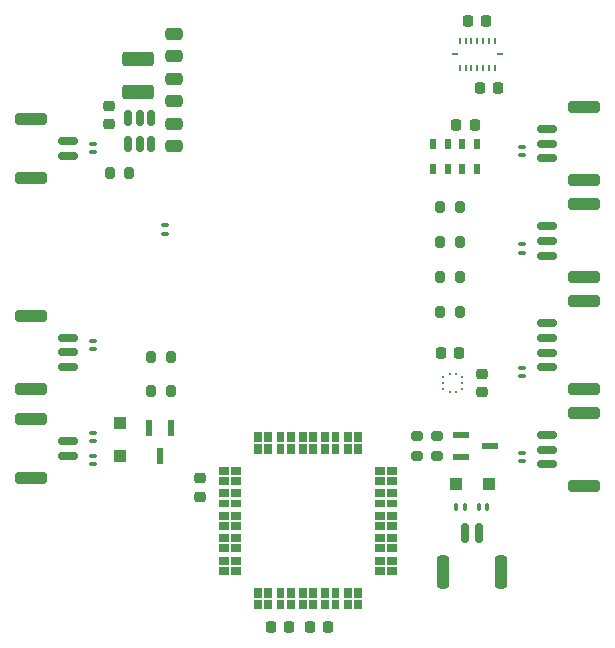
<source format=gbr>
%TF.GenerationSoftware,KiCad,Pcbnew,8.0.1*%
%TF.CreationDate,2024-04-29T03:40:20-07:00*%
%TF.ProjectId,CanSat PCB,43616e53-6174-4205-9043-422e6b696361,4*%
%TF.SameCoordinates,Original*%
%TF.FileFunction,Paste,Top*%
%TF.FilePolarity,Positive*%
%FSLAX46Y46*%
G04 Gerber Fmt 4.6, Leading zero omitted, Abs format (unit mm)*
G04 Created by KiCad (PCBNEW 8.0.1) date 2024-04-29 03:40:20*
%MOMM*%
%LPD*%
G01*
G04 APERTURE LIST*
G04 Aperture macros list*
%AMRoundRect*
0 Rectangle with rounded corners*
0 $1 Rounding radius*
0 $2 $3 $4 $5 $6 $7 $8 $9 X,Y pos of 4 corners*
0 Add a 4 corners polygon primitive as box body*
4,1,4,$2,$3,$4,$5,$6,$7,$8,$9,$2,$3,0*
0 Add four circle primitives for the rounded corners*
1,1,$1+$1,$2,$3*
1,1,$1+$1,$4,$5*
1,1,$1+$1,$6,$7*
1,1,$1+$1,$8,$9*
0 Add four rect primitives between the rounded corners*
20,1,$1+$1,$2,$3,$4,$5,0*
20,1,$1+$1,$4,$5,$6,$7,0*
20,1,$1+$1,$6,$7,$8,$9,0*
20,1,$1+$1,$8,$9,$2,$3,0*%
G04 Aperture macros list end*
%ADD10C,0.010000*%
%ADD11RoundRect,0.050000X-0.250000X0.100000X-0.250000X-0.100000X0.250000X-0.100000X0.250000X0.100000X0*%
%ADD12RoundRect,0.050000X0.250000X-0.100000X0.250000X0.100000X-0.250000X0.100000X-0.250000X-0.100000X0*%
%ADD13RoundRect,0.050000X0.100000X0.250000X-0.100000X0.250000X-0.100000X-0.250000X0.100000X-0.250000X0*%
%ADD14RoundRect,0.050000X-0.100000X-0.250000X0.100000X-0.250000X0.100000X0.250000X-0.100000X0.250000X0*%
%ADD15RoundRect,0.250000X-1.100000X0.250000X-1.100000X-0.250000X1.100000X-0.250000X1.100000X0.250000X0*%
%ADD16RoundRect,0.150000X-0.700000X0.150000X-0.700000X-0.150000X0.700000X-0.150000X0.700000X0.150000X0*%
%ADD17RoundRect,0.225000X0.225000X0.250000X-0.225000X0.250000X-0.225000X-0.250000X0.225000X-0.250000X0*%
%ADD18RoundRect,0.200000X0.200000X0.275000X-0.200000X0.275000X-0.200000X-0.275000X0.200000X-0.275000X0*%
%ADD19RoundRect,0.225000X0.250000X-0.225000X0.250000X0.225000X-0.250000X0.225000X-0.250000X-0.225000X0*%
%ADD20RoundRect,0.200000X-0.275000X0.200000X-0.275000X-0.200000X0.275000X-0.200000X0.275000X0.200000X0*%
%ADD21RoundRect,0.250000X0.475000X-0.250000X0.475000X0.250000X-0.475000X0.250000X-0.475000X-0.250000X0*%
%ADD22RoundRect,0.200000X-0.200000X-0.275000X0.200000X-0.275000X0.200000X0.275000X-0.200000X0.275000X0*%
%ADD23R,0.550000X0.950000*%
%ADD24RoundRect,0.250000X1.100000X-0.250000X1.100000X0.250000X-1.100000X0.250000X-1.100000X-0.250000X0*%
%ADD25RoundRect,0.150000X0.700000X-0.150000X0.700000X0.150000X-0.700000X0.150000X-0.700000X-0.150000X0*%
%ADD26R,1.320800X0.508000*%
%ADD27RoundRect,0.225000X-0.250000X0.225000X-0.250000X-0.225000X0.250000X-0.225000X0.250000X0.225000X0*%
%ADD28RoundRect,0.250000X-0.300000X-0.300000X0.300000X-0.300000X0.300000X0.300000X-0.300000X0.300000X0*%
%ADD29RoundRect,0.150000X0.150000X-0.512500X0.150000X0.512500X-0.150000X0.512500X-0.150000X-0.512500X0*%
%ADD30R,0.254000X0.482600*%
%ADD31R,0.482600X0.254000*%
%ADD32RoundRect,0.225000X-0.225000X-0.250000X0.225000X-0.250000X0.225000X0.250000X-0.225000X0.250000X0*%
%ADD33R,0.254000X0.279400*%
%ADD34R,0.279400X0.254000*%
%ADD35RoundRect,0.250000X-0.475000X0.250000X-0.475000X-0.250000X0.475000X-0.250000X0.475000X0.250000X0*%
%ADD36R,0.508000X1.320800*%
%ADD37RoundRect,0.250000X-0.300000X0.300000X-0.300000X-0.300000X0.300000X-0.300000X0.300000X0.300000X0*%
%ADD38RoundRect,0.250000X0.250000X1.150000X-0.250000X1.150000X-0.250000X-1.150000X0.250000X-1.150000X0*%
%ADD39RoundRect,0.150000X0.150000X0.700000X-0.150000X0.700000X-0.150000X-0.700000X0.150000X-0.700000X0*%
%ADD40RoundRect,0.250000X1.075000X-0.375000X1.075000X0.375000X-1.075000X0.375000X-1.075000X-0.375000X0*%
G04 APERTURE END LIST*
D10*
%TO.C,U5*%
X91812000Y-78756800D02*
X91092000Y-78756800D01*
X91092000Y-78176800D01*
X91812000Y-78176800D01*
X91812000Y-78756800D01*
G36*
X91812000Y-78756800D02*
G01*
X91092000Y-78756800D01*
X91092000Y-78176800D01*
X91812000Y-78176800D01*
X91812000Y-78756800D01*
G37*
X91812000Y-79616800D02*
X91092000Y-79616800D01*
X91092000Y-79036800D01*
X91812000Y-79036800D01*
X91812000Y-79616800D01*
G36*
X91812000Y-79616800D02*
G01*
X91092000Y-79616800D01*
X91092000Y-79036800D01*
X91812000Y-79036800D01*
X91812000Y-79616800D01*
G37*
X91812000Y-80656800D02*
X91092000Y-80656800D01*
X91092000Y-80076800D01*
X91812000Y-80076800D01*
X91812000Y-80656800D01*
G36*
X91812000Y-80656800D02*
G01*
X91092000Y-80656800D01*
X91092000Y-80076800D01*
X91812000Y-80076800D01*
X91812000Y-80656800D01*
G37*
X91812000Y-81516800D02*
X91092000Y-81516800D01*
X91092000Y-80936800D01*
X91812000Y-80936800D01*
X91812000Y-81516800D01*
G36*
X91812000Y-81516800D02*
G01*
X91092000Y-81516800D01*
X91092000Y-80936800D01*
X91812000Y-80936800D01*
X91812000Y-81516800D01*
G37*
X91812000Y-82556800D02*
X91092000Y-82556800D01*
X91092000Y-81976800D01*
X91812000Y-81976800D01*
X91812000Y-82556800D01*
G36*
X91812000Y-82556800D02*
G01*
X91092000Y-82556800D01*
X91092000Y-81976800D01*
X91812000Y-81976800D01*
X91812000Y-82556800D01*
G37*
X91812000Y-83416800D02*
X91092000Y-83416800D01*
X91092000Y-82836800D01*
X91812000Y-82836800D01*
X91812000Y-83416800D01*
G36*
X91812000Y-83416800D02*
G01*
X91092000Y-83416800D01*
X91092000Y-82836800D01*
X91812000Y-82836800D01*
X91812000Y-83416800D01*
G37*
X91812000Y-84456800D02*
X91092000Y-84456800D01*
X91092000Y-83876800D01*
X91812000Y-83876800D01*
X91812000Y-84456800D01*
G36*
X91812000Y-84456800D02*
G01*
X91092000Y-84456800D01*
X91092000Y-83876800D01*
X91812000Y-83876800D01*
X91812000Y-84456800D01*
G37*
X91812000Y-85316800D02*
X91092000Y-85316800D01*
X91092000Y-84736800D01*
X91812000Y-84736800D01*
X91812000Y-85316800D01*
G36*
X91812000Y-85316800D02*
G01*
X91092000Y-85316800D01*
X91092000Y-84736800D01*
X91812000Y-84736800D01*
X91812000Y-85316800D01*
G37*
X91812000Y-86356800D02*
X91092000Y-86356800D01*
X91092000Y-85776800D01*
X91812000Y-85776800D01*
X91812000Y-86356800D01*
G36*
X91812000Y-86356800D02*
G01*
X91092000Y-86356800D01*
X91092000Y-85776800D01*
X91812000Y-85776800D01*
X91812000Y-86356800D01*
G37*
X91812000Y-87216800D02*
X91092000Y-87216800D01*
X91092000Y-86636800D01*
X91812000Y-86636800D01*
X91812000Y-87216800D01*
G36*
X91812000Y-87216800D02*
G01*
X91092000Y-87216800D01*
X91092000Y-86636800D01*
X91812000Y-86636800D01*
X91812000Y-87216800D01*
G37*
X92812000Y-78756800D02*
X92092000Y-78756800D01*
X92092000Y-78176800D01*
X92812000Y-78176800D01*
X92812000Y-78756800D01*
G36*
X92812000Y-78756800D02*
G01*
X92092000Y-78756800D01*
X92092000Y-78176800D01*
X92812000Y-78176800D01*
X92812000Y-78756800D01*
G37*
X92812000Y-79616800D02*
X92092000Y-79616800D01*
X92092000Y-79036800D01*
X92812000Y-79036800D01*
X92812000Y-79616800D01*
G36*
X92812000Y-79616800D02*
G01*
X92092000Y-79616800D01*
X92092000Y-79036800D01*
X92812000Y-79036800D01*
X92812000Y-79616800D01*
G37*
X92812000Y-80656800D02*
X92092000Y-80656800D01*
X92092000Y-80076800D01*
X92812000Y-80076800D01*
X92812000Y-80656800D01*
G36*
X92812000Y-80656800D02*
G01*
X92092000Y-80656800D01*
X92092000Y-80076800D01*
X92812000Y-80076800D01*
X92812000Y-80656800D01*
G37*
X92812000Y-81516800D02*
X92092000Y-81516800D01*
X92092000Y-80936800D01*
X92812000Y-80936800D01*
X92812000Y-81516800D01*
G36*
X92812000Y-81516800D02*
G01*
X92092000Y-81516800D01*
X92092000Y-80936800D01*
X92812000Y-80936800D01*
X92812000Y-81516800D01*
G37*
X92812000Y-82556800D02*
X92092000Y-82556800D01*
X92092000Y-81976800D01*
X92812000Y-81976800D01*
X92812000Y-82556800D01*
G36*
X92812000Y-82556800D02*
G01*
X92092000Y-82556800D01*
X92092000Y-81976800D01*
X92812000Y-81976800D01*
X92812000Y-82556800D01*
G37*
X92812000Y-83416800D02*
X92092000Y-83416800D01*
X92092000Y-82836800D01*
X92812000Y-82836800D01*
X92812000Y-83416800D01*
G36*
X92812000Y-83416800D02*
G01*
X92092000Y-83416800D01*
X92092000Y-82836800D01*
X92812000Y-82836800D01*
X92812000Y-83416800D01*
G37*
X92812000Y-84456800D02*
X92092000Y-84456800D01*
X92092000Y-83876800D01*
X92812000Y-83876800D01*
X92812000Y-84456800D01*
G36*
X92812000Y-84456800D02*
G01*
X92092000Y-84456800D01*
X92092000Y-83876800D01*
X92812000Y-83876800D01*
X92812000Y-84456800D01*
G37*
X92812000Y-85316800D02*
X92092000Y-85316800D01*
X92092000Y-84736800D01*
X92812000Y-84736800D01*
X92812000Y-85316800D01*
G36*
X92812000Y-85316800D02*
G01*
X92092000Y-85316800D01*
X92092000Y-84736800D01*
X92812000Y-84736800D01*
X92812000Y-85316800D01*
G37*
X92812000Y-86356800D02*
X92092000Y-86356800D01*
X92092000Y-85776800D01*
X92812000Y-85776800D01*
X92812000Y-86356800D01*
G36*
X92812000Y-86356800D02*
G01*
X92092000Y-86356800D01*
X92092000Y-85776800D01*
X92812000Y-85776800D01*
X92812000Y-86356800D01*
G37*
X92812000Y-87216800D02*
X92092000Y-87216800D01*
X92092000Y-86636800D01*
X92812000Y-86636800D01*
X92812000Y-87216800D01*
G36*
X92812000Y-87216800D02*
G01*
X92092000Y-87216800D01*
X92092000Y-86636800D01*
X92812000Y-86636800D01*
X92812000Y-87216800D01*
G37*
X94612000Y-75956800D02*
X94032000Y-75956800D01*
X94032000Y-75236800D01*
X94612000Y-75236800D01*
X94612000Y-75956800D01*
G36*
X94612000Y-75956800D02*
G01*
X94032000Y-75956800D01*
X94032000Y-75236800D01*
X94612000Y-75236800D01*
X94612000Y-75956800D01*
G37*
X94612000Y-76956800D02*
X94032000Y-76956800D01*
X94032000Y-76236800D01*
X94612000Y-76236800D01*
X94612000Y-76956800D01*
G36*
X94612000Y-76956800D02*
G01*
X94032000Y-76956800D01*
X94032000Y-76236800D01*
X94612000Y-76236800D01*
X94612000Y-76956800D01*
G37*
X94612000Y-89156800D02*
X94032000Y-89156800D01*
X94032000Y-88436800D01*
X94612000Y-88436800D01*
X94612000Y-89156800D01*
G36*
X94612000Y-89156800D02*
G01*
X94032000Y-89156800D01*
X94032000Y-88436800D01*
X94612000Y-88436800D01*
X94612000Y-89156800D01*
G37*
X94612000Y-90156800D02*
X94032000Y-90156800D01*
X94032000Y-89436800D01*
X94612000Y-89436800D01*
X94612000Y-90156800D01*
G36*
X94612000Y-90156800D02*
G01*
X94032000Y-90156800D01*
X94032000Y-89436800D01*
X94612000Y-89436800D01*
X94612000Y-90156800D01*
G37*
X95472000Y-75956800D02*
X94892000Y-75956800D01*
X94892000Y-75236800D01*
X95472000Y-75236800D01*
X95472000Y-75956800D01*
G36*
X95472000Y-75956800D02*
G01*
X94892000Y-75956800D01*
X94892000Y-75236800D01*
X95472000Y-75236800D01*
X95472000Y-75956800D01*
G37*
X95472000Y-76956800D02*
X94892000Y-76956800D01*
X94892000Y-76236800D01*
X95472000Y-76236800D01*
X95472000Y-76956800D01*
G36*
X95472000Y-76956800D02*
G01*
X94892000Y-76956800D01*
X94892000Y-76236800D01*
X95472000Y-76236800D01*
X95472000Y-76956800D01*
G37*
X95472000Y-89156800D02*
X94892000Y-89156800D01*
X94892000Y-88436800D01*
X95472000Y-88436800D01*
X95472000Y-89156800D01*
G36*
X95472000Y-89156800D02*
G01*
X94892000Y-89156800D01*
X94892000Y-88436800D01*
X95472000Y-88436800D01*
X95472000Y-89156800D01*
G37*
X95472000Y-90156800D02*
X94892000Y-90156800D01*
X94892000Y-89436800D01*
X95472000Y-89436800D01*
X95472000Y-90156800D01*
G36*
X95472000Y-90156800D02*
G01*
X94892000Y-90156800D01*
X94892000Y-89436800D01*
X95472000Y-89436800D01*
X95472000Y-90156800D01*
G37*
X96512000Y-75956800D02*
X95932000Y-75956800D01*
X95932000Y-75236800D01*
X96512000Y-75236800D01*
X96512000Y-75956800D01*
G36*
X96512000Y-75956800D02*
G01*
X95932000Y-75956800D01*
X95932000Y-75236800D01*
X96512000Y-75236800D01*
X96512000Y-75956800D01*
G37*
X96512000Y-76956800D02*
X95932000Y-76956800D01*
X95932000Y-76236800D01*
X96512000Y-76236800D01*
X96512000Y-76956800D01*
G36*
X96512000Y-76956800D02*
G01*
X95932000Y-76956800D01*
X95932000Y-76236800D01*
X96512000Y-76236800D01*
X96512000Y-76956800D01*
G37*
X96512000Y-89156800D02*
X95932000Y-89156800D01*
X95932000Y-88436800D01*
X96512000Y-88436800D01*
X96512000Y-89156800D01*
G36*
X96512000Y-89156800D02*
G01*
X95932000Y-89156800D01*
X95932000Y-88436800D01*
X96512000Y-88436800D01*
X96512000Y-89156800D01*
G37*
X96512000Y-90156800D02*
X95932000Y-90156800D01*
X95932000Y-89436800D01*
X96512000Y-89436800D01*
X96512000Y-90156800D01*
G36*
X96512000Y-90156800D02*
G01*
X95932000Y-90156800D01*
X95932000Y-89436800D01*
X96512000Y-89436800D01*
X96512000Y-90156800D01*
G37*
X97372000Y-75956800D02*
X96792000Y-75956800D01*
X96792000Y-75236800D01*
X97372000Y-75236800D01*
X97372000Y-75956800D01*
G36*
X97372000Y-75956800D02*
G01*
X96792000Y-75956800D01*
X96792000Y-75236800D01*
X97372000Y-75236800D01*
X97372000Y-75956800D01*
G37*
X97372000Y-76956800D02*
X96792000Y-76956800D01*
X96792000Y-76236800D01*
X97372000Y-76236800D01*
X97372000Y-76956800D01*
G36*
X97372000Y-76956800D02*
G01*
X96792000Y-76956800D01*
X96792000Y-76236800D01*
X97372000Y-76236800D01*
X97372000Y-76956800D01*
G37*
X97372000Y-89156800D02*
X96792000Y-89156800D01*
X96792000Y-88436800D01*
X97372000Y-88436800D01*
X97372000Y-89156800D01*
G36*
X97372000Y-89156800D02*
G01*
X96792000Y-89156800D01*
X96792000Y-88436800D01*
X97372000Y-88436800D01*
X97372000Y-89156800D01*
G37*
X97372000Y-90156800D02*
X96792000Y-90156800D01*
X96792000Y-89436800D01*
X97372000Y-89436800D01*
X97372000Y-90156800D01*
G36*
X97372000Y-90156800D02*
G01*
X96792000Y-90156800D01*
X96792000Y-89436800D01*
X97372000Y-89436800D01*
X97372000Y-90156800D01*
G37*
X98412000Y-75956800D02*
X97832000Y-75956800D01*
X97832000Y-75236800D01*
X98412000Y-75236800D01*
X98412000Y-75956800D01*
G36*
X98412000Y-75956800D02*
G01*
X97832000Y-75956800D01*
X97832000Y-75236800D01*
X98412000Y-75236800D01*
X98412000Y-75956800D01*
G37*
X98412000Y-76956800D02*
X97832000Y-76956800D01*
X97832000Y-76236800D01*
X98412000Y-76236800D01*
X98412000Y-76956800D01*
G36*
X98412000Y-76956800D02*
G01*
X97832000Y-76956800D01*
X97832000Y-76236800D01*
X98412000Y-76236800D01*
X98412000Y-76956800D01*
G37*
X98412000Y-89156800D02*
X97832000Y-89156800D01*
X97832000Y-88436800D01*
X98412000Y-88436800D01*
X98412000Y-89156800D01*
G36*
X98412000Y-89156800D02*
G01*
X97832000Y-89156800D01*
X97832000Y-88436800D01*
X98412000Y-88436800D01*
X98412000Y-89156800D01*
G37*
X98412000Y-90156800D02*
X97832000Y-90156800D01*
X97832000Y-89436800D01*
X98412000Y-89436800D01*
X98412000Y-90156800D01*
G36*
X98412000Y-90156800D02*
G01*
X97832000Y-90156800D01*
X97832000Y-89436800D01*
X98412000Y-89436800D01*
X98412000Y-90156800D01*
G37*
X99272000Y-75956800D02*
X98692000Y-75956800D01*
X98692000Y-75236800D01*
X99272000Y-75236800D01*
X99272000Y-75956800D01*
G36*
X99272000Y-75956800D02*
G01*
X98692000Y-75956800D01*
X98692000Y-75236800D01*
X99272000Y-75236800D01*
X99272000Y-75956800D01*
G37*
X99272000Y-76956800D02*
X98692000Y-76956800D01*
X98692000Y-76236800D01*
X99272000Y-76236800D01*
X99272000Y-76956800D01*
G36*
X99272000Y-76956800D02*
G01*
X98692000Y-76956800D01*
X98692000Y-76236800D01*
X99272000Y-76236800D01*
X99272000Y-76956800D01*
G37*
X99272000Y-89156800D02*
X98692000Y-89156800D01*
X98692000Y-88436800D01*
X99272000Y-88436800D01*
X99272000Y-89156800D01*
G36*
X99272000Y-89156800D02*
G01*
X98692000Y-89156800D01*
X98692000Y-88436800D01*
X99272000Y-88436800D01*
X99272000Y-89156800D01*
G37*
X99272000Y-90156800D02*
X98692000Y-90156800D01*
X98692000Y-89436800D01*
X99272000Y-89436800D01*
X99272000Y-90156800D01*
G36*
X99272000Y-90156800D02*
G01*
X98692000Y-90156800D01*
X98692000Y-89436800D01*
X99272000Y-89436800D01*
X99272000Y-90156800D01*
G37*
X100312000Y-75956800D02*
X99732000Y-75956800D01*
X99732000Y-75236800D01*
X100312000Y-75236800D01*
X100312000Y-75956800D01*
G36*
X100312000Y-75956800D02*
G01*
X99732000Y-75956800D01*
X99732000Y-75236800D01*
X100312000Y-75236800D01*
X100312000Y-75956800D01*
G37*
X100312000Y-76956800D02*
X99732000Y-76956800D01*
X99732000Y-76236800D01*
X100312000Y-76236800D01*
X100312000Y-76956800D01*
G36*
X100312000Y-76956800D02*
G01*
X99732000Y-76956800D01*
X99732000Y-76236800D01*
X100312000Y-76236800D01*
X100312000Y-76956800D01*
G37*
X100312000Y-89156800D02*
X99732000Y-89156800D01*
X99732000Y-88436800D01*
X100312000Y-88436800D01*
X100312000Y-89156800D01*
G36*
X100312000Y-89156800D02*
G01*
X99732000Y-89156800D01*
X99732000Y-88436800D01*
X100312000Y-88436800D01*
X100312000Y-89156800D01*
G37*
X100312000Y-90156800D02*
X99732000Y-90156800D01*
X99732000Y-89436800D01*
X100312000Y-89436800D01*
X100312000Y-90156800D01*
G36*
X100312000Y-90156800D02*
G01*
X99732000Y-90156800D01*
X99732000Y-89436800D01*
X100312000Y-89436800D01*
X100312000Y-90156800D01*
G37*
X101172000Y-75956800D02*
X100592000Y-75956800D01*
X100592000Y-75236800D01*
X101172000Y-75236800D01*
X101172000Y-75956800D01*
G36*
X101172000Y-75956800D02*
G01*
X100592000Y-75956800D01*
X100592000Y-75236800D01*
X101172000Y-75236800D01*
X101172000Y-75956800D01*
G37*
X101172000Y-76956800D02*
X100592000Y-76956800D01*
X100592000Y-76236800D01*
X101172000Y-76236800D01*
X101172000Y-76956800D01*
G36*
X101172000Y-76956800D02*
G01*
X100592000Y-76956800D01*
X100592000Y-76236800D01*
X101172000Y-76236800D01*
X101172000Y-76956800D01*
G37*
X101172000Y-89156800D02*
X100592000Y-89156800D01*
X100592000Y-88436800D01*
X101172000Y-88436800D01*
X101172000Y-89156800D01*
G36*
X101172000Y-89156800D02*
G01*
X100592000Y-89156800D01*
X100592000Y-88436800D01*
X101172000Y-88436800D01*
X101172000Y-89156800D01*
G37*
X101172000Y-90156800D02*
X100592000Y-90156800D01*
X100592000Y-89436800D01*
X101172000Y-89436800D01*
X101172000Y-90156800D01*
G36*
X101172000Y-90156800D02*
G01*
X100592000Y-90156800D01*
X100592000Y-89436800D01*
X101172000Y-89436800D01*
X101172000Y-90156800D01*
G37*
X102212000Y-75956800D02*
X101632000Y-75956800D01*
X101632000Y-75236800D01*
X102212000Y-75236800D01*
X102212000Y-75956800D01*
G36*
X102212000Y-75956800D02*
G01*
X101632000Y-75956800D01*
X101632000Y-75236800D01*
X102212000Y-75236800D01*
X102212000Y-75956800D01*
G37*
X102212000Y-76956800D02*
X101632000Y-76956800D01*
X101632000Y-76236800D01*
X102212000Y-76236800D01*
X102212000Y-76956800D01*
G36*
X102212000Y-76956800D02*
G01*
X101632000Y-76956800D01*
X101632000Y-76236800D01*
X102212000Y-76236800D01*
X102212000Y-76956800D01*
G37*
X102212000Y-89156800D02*
X101632000Y-89156800D01*
X101632000Y-88436800D01*
X102212000Y-88436800D01*
X102212000Y-89156800D01*
G36*
X102212000Y-89156800D02*
G01*
X101632000Y-89156800D01*
X101632000Y-88436800D01*
X102212000Y-88436800D01*
X102212000Y-89156800D01*
G37*
X102212000Y-90156800D02*
X101632000Y-90156800D01*
X101632000Y-89436800D01*
X102212000Y-89436800D01*
X102212000Y-90156800D01*
G36*
X102212000Y-90156800D02*
G01*
X101632000Y-90156800D01*
X101632000Y-89436800D01*
X102212000Y-89436800D01*
X102212000Y-90156800D01*
G37*
X103072000Y-75956800D02*
X102492000Y-75956800D01*
X102492000Y-75236800D01*
X103072000Y-75236800D01*
X103072000Y-75956800D01*
G36*
X103072000Y-75956800D02*
G01*
X102492000Y-75956800D01*
X102492000Y-75236800D01*
X103072000Y-75236800D01*
X103072000Y-75956800D01*
G37*
X103072000Y-76956800D02*
X102492000Y-76956800D01*
X102492000Y-76236800D01*
X103072000Y-76236800D01*
X103072000Y-76956800D01*
G36*
X103072000Y-76956800D02*
G01*
X102492000Y-76956800D01*
X102492000Y-76236800D01*
X103072000Y-76236800D01*
X103072000Y-76956800D01*
G37*
X103072000Y-89156800D02*
X102492000Y-89156800D01*
X102492000Y-88436800D01*
X103072000Y-88436800D01*
X103072000Y-89156800D01*
G36*
X103072000Y-89156800D02*
G01*
X102492000Y-89156800D01*
X102492000Y-88436800D01*
X103072000Y-88436800D01*
X103072000Y-89156800D01*
G37*
X103072000Y-90156800D02*
X102492000Y-90156800D01*
X102492000Y-89436800D01*
X103072000Y-89436800D01*
X103072000Y-90156800D01*
G36*
X103072000Y-90156800D02*
G01*
X102492000Y-90156800D01*
X102492000Y-89436800D01*
X103072000Y-89436800D01*
X103072000Y-90156800D01*
G37*
X105012000Y-78756800D02*
X104292000Y-78756800D01*
X104292000Y-78176800D01*
X105012000Y-78176800D01*
X105012000Y-78756800D01*
G36*
X105012000Y-78756800D02*
G01*
X104292000Y-78756800D01*
X104292000Y-78176800D01*
X105012000Y-78176800D01*
X105012000Y-78756800D01*
G37*
X105012000Y-79616800D02*
X104292000Y-79616800D01*
X104292000Y-79036800D01*
X105012000Y-79036800D01*
X105012000Y-79616800D01*
G36*
X105012000Y-79616800D02*
G01*
X104292000Y-79616800D01*
X104292000Y-79036800D01*
X105012000Y-79036800D01*
X105012000Y-79616800D01*
G37*
X105012000Y-80656800D02*
X104292000Y-80656800D01*
X104292000Y-80076800D01*
X105012000Y-80076800D01*
X105012000Y-80656800D01*
G36*
X105012000Y-80656800D02*
G01*
X104292000Y-80656800D01*
X104292000Y-80076800D01*
X105012000Y-80076800D01*
X105012000Y-80656800D01*
G37*
X105012000Y-81516800D02*
X104292000Y-81516800D01*
X104292000Y-80936800D01*
X105012000Y-80936800D01*
X105012000Y-81516800D01*
G36*
X105012000Y-81516800D02*
G01*
X104292000Y-81516800D01*
X104292000Y-80936800D01*
X105012000Y-80936800D01*
X105012000Y-81516800D01*
G37*
X105012000Y-82556800D02*
X104292000Y-82556800D01*
X104292000Y-81976800D01*
X105012000Y-81976800D01*
X105012000Y-82556800D01*
G36*
X105012000Y-82556800D02*
G01*
X104292000Y-82556800D01*
X104292000Y-81976800D01*
X105012000Y-81976800D01*
X105012000Y-82556800D01*
G37*
X105012000Y-83416800D02*
X104292000Y-83416800D01*
X104292000Y-82836800D01*
X105012000Y-82836800D01*
X105012000Y-83416800D01*
G36*
X105012000Y-83416800D02*
G01*
X104292000Y-83416800D01*
X104292000Y-82836800D01*
X105012000Y-82836800D01*
X105012000Y-83416800D01*
G37*
X105012000Y-84456800D02*
X104292000Y-84456800D01*
X104292000Y-83876800D01*
X105012000Y-83876800D01*
X105012000Y-84456800D01*
G36*
X105012000Y-84456800D02*
G01*
X104292000Y-84456800D01*
X104292000Y-83876800D01*
X105012000Y-83876800D01*
X105012000Y-84456800D01*
G37*
X105012000Y-85316800D02*
X104292000Y-85316800D01*
X104292000Y-84736800D01*
X105012000Y-84736800D01*
X105012000Y-85316800D01*
G36*
X105012000Y-85316800D02*
G01*
X104292000Y-85316800D01*
X104292000Y-84736800D01*
X105012000Y-84736800D01*
X105012000Y-85316800D01*
G37*
X105012000Y-86356800D02*
X104292000Y-86356800D01*
X104292000Y-85776800D01*
X105012000Y-85776800D01*
X105012000Y-86356800D01*
G36*
X105012000Y-86356800D02*
G01*
X104292000Y-86356800D01*
X104292000Y-85776800D01*
X105012000Y-85776800D01*
X105012000Y-86356800D01*
G37*
X105012000Y-87216800D02*
X104292000Y-87216800D01*
X104292000Y-86636800D01*
X105012000Y-86636800D01*
X105012000Y-87216800D01*
G36*
X105012000Y-87216800D02*
G01*
X104292000Y-87216800D01*
X104292000Y-86636800D01*
X105012000Y-86636800D01*
X105012000Y-87216800D01*
G37*
X106012000Y-78756800D02*
X105292000Y-78756800D01*
X105292000Y-78176800D01*
X106012000Y-78176800D01*
X106012000Y-78756800D01*
G36*
X106012000Y-78756800D02*
G01*
X105292000Y-78756800D01*
X105292000Y-78176800D01*
X106012000Y-78176800D01*
X106012000Y-78756800D01*
G37*
X106012000Y-79616800D02*
X105292000Y-79616800D01*
X105292000Y-79036800D01*
X106012000Y-79036800D01*
X106012000Y-79616800D01*
G36*
X106012000Y-79616800D02*
G01*
X105292000Y-79616800D01*
X105292000Y-79036800D01*
X106012000Y-79036800D01*
X106012000Y-79616800D01*
G37*
X106012000Y-80656800D02*
X105292000Y-80656800D01*
X105292000Y-80076800D01*
X106012000Y-80076800D01*
X106012000Y-80656800D01*
G36*
X106012000Y-80656800D02*
G01*
X105292000Y-80656800D01*
X105292000Y-80076800D01*
X106012000Y-80076800D01*
X106012000Y-80656800D01*
G37*
X106012000Y-81516800D02*
X105292000Y-81516800D01*
X105292000Y-80936800D01*
X106012000Y-80936800D01*
X106012000Y-81516800D01*
G36*
X106012000Y-81516800D02*
G01*
X105292000Y-81516800D01*
X105292000Y-80936800D01*
X106012000Y-80936800D01*
X106012000Y-81516800D01*
G37*
X106012000Y-82556800D02*
X105292000Y-82556800D01*
X105292000Y-81976800D01*
X106012000Y-81976800D01*
X106012000Y-82556800D01*
G36*
X106012000Y-82556800D02*
G01*
X105292000Y-82556800D01*
X105292000Y-81976800D01*
X106012000Y-81976800D01*
X106012000Y-82556800D01*
G37*
X106012000Y-83416800D02*
X105292000Y-83416800D01*
X105292000Y-82836800D01*
X106012000Y-82836800D01*
X106012000Y-83416800D01*
G36*
X106012000Y-83416800D02*
G01*
X105292000Y-83416800D01*
X105292000Y-82836800D01*
X106012000Y-82836800D01*
X106012000Y-83416800D01*
G37*
X106012000Y-84456800D02*
X105292000Y-84456800D01*
X105292000Y-83876800D01*
X106012000Y-83876800D01*
X106012000Y-84456800D01*
G36*
X106012000Y-84456800D02*
G01*
X105292000Y-84456800D01*
X105292000Y-83876800D01*
X106012000Y-83876800D01*
X106012000Y-84456800D01*
G37*
X106012000Y-85316800D02*
X105292000Y-85316800D01*
X105292000Y-84736800D01*
X106012000Y-84736800D01*
X106012000Y-85316800D01*
G36*
X106012000Y-85316800D02*
G01*
X105292000Y-85316800D01*
X105292000Y-84736800D01*
X106012000Y-84736800D01*
X106012000Y-85316800D01*
G37*
X106012000Y-86356800D02*
X105292000Y-86356800D01*
X105292000Y-85776800D01*
X106012000Y-85776800D01*
X106012000Y-86356800D01*
G36*
X106012000Y-86356800D02*
G01*
X105292000Y-86356800D01*
X105292000Y-85776800D01*
X106012000Y-85776800D01*
X106012000Y-86356800D01*
G37*
X106012000Y-87216800D02*
X105292000Y-87216800D01*
X105292000Y-86636800D01*
X106012000Y-86636800D01*
X106012000Y-87216800D01*
G36*
X106012000Y-87216800D02*
G01*
X105292000Y-87216800D01*
X105292000Y-86636800D01*
X106012000Y-86636800D01*
X106012000Y-87216800D01*
G37*
%TD*%
D11*
%TO.C,D3*%
X116687600Y-69793600D03*
X116687600Y-70493600D03*
%TD*%
%TO.C,D4*%
X116687600Y-51048400D03*
X116687600Y-51748400D03*
%TD*%
%TO.C,D5*%
X116687600Y-59334400D03*
X116687600Y-60034400D03*
%TD*%
%TO.C,D6*%
X116687600Y-77012800D03*
X116687600Y-77712800D03*
%TD*%
D12*
%TO.C,D7*%
X80416400Y-68213200D03*
X80416400Y-67513200D03*
%TD*%
D11*
%TO.C,D8*%
X80416400Y-77216000D03*
X80416400Y-77916000D03*
%TD*%
D12*
%TO.C,D9*%
X80416400Y-75985600D03*
X80416400Y-75285600D03*
%TD*%
D13*
%TO.C,D10*%
X111856000Y-81579200D03*
X111156000Y-81579200D03*
%TD*%
D14*
%TO.C,D11*%
X113086400Y-81579200D03*
X113786400Y-81579200D03*
%TD*%
D12*
%TO.C,D12*%
X86512400Y-58414400D03*
X86512400Y-57714400D03*
%TD*%
%TO.C,D13*%
X80416400Y-51550800D03*
X80416400Y-50850800D03*
%TD*%
D15*
%TO.C,J5*%
X75104000Y-71572800D03*
X75104000Y-65372800D03*
D16*
X78304000Y-69722800D03*
X78304000Y-68472800D03*
X78304000Y-67222800D03*
%TD*%
D17*
%TO.C,C9*%
X112691900Y-49215900D03*
X111141900Y-49215900D03*
%TD*%
D18*
%TO.C,R11*%
X83476600Y-53283600D03*
X81826600Y-53283600D03*
%TD*%
%TO.C,R4*%
X111429600Y-65018400D03*
X109779600Y-65018400D03*
%TD*%
D19*
%TO.C,C2*%
X81737200Y-49131000D03*
X81737200Y-47581000D03*
%TD*%
%TO.C,C12*%
X89458800Y-80677800D03*
X89458800Y-79127800D03*
%TD*%
D20*
%TO.C,R7*%
X107848400Y-75572600D03*
X107848400Y-77222600D03*
%TD*%
D18*
%TO.C,R2*%
X111429600Y-56179200D03*
X109779600Y-56179200D03*
%TD*%
D21*
%TO.C,C1*%
X87223600Y-51033200D03*
X87223600Y-49133200D03*
%TD*%
D22*
%TO.C,R6*%
X85331800Y-71724000D03*
X86981800Y-71724000D03*
%TD*%
D18*
%TO.C,R3*%
X111429600Y-62072000D03*
X109779600Y-62072000D03*
%TD*%
D23*
%TO.C,U4*%
X112902900Y-50807900D03*
X111652900Y-50807900D03*
X110402900Y-50807900D03*
X109152900Y-50807900D03*
X109152900Y-52957900D03*
X110402900Y-52957900D03*
X111652900Y-52957900D03*
X112902900Y-52957900D03*
%TD*%
D24*
%TO.C,J4*%
X122000000Y-73602400D03*
X122000000Y-79802400D03*
D25*
X118800000Y-75452400D03*
X118800000Y-76702400D03*
X118800000Y-77952400D03*
%TD*%
D22*
%TO.C,R5*%
X85331800Y-68828400D03*
X86981800Y-68828400D03*
%TD*%
D26*
%TO.C,U8*%
X111582200Y-75447599D03*
X111582200Y-77347601D03*
X113969800Y-76397600D03*
%TD*%
D27*
%TO.C,C6*%
X113334800Y-70288600D03*
X113334800Y-71838600D03*
%TD*%
D28*
%TO.C,D2*%
X111085400Y-79598000D03*
X113885400Y-79598000D03*
%TD*%
D20*
%TO.C,R8*%
X109524800Y-75572600D03*
X109524800Y-77222600D03*
%TD*%
D29*
%TO.C,U1*%
X83378000Y-50865100D03*
X84328000Y-50865100D03*
X85278000Y-50865100D03*
X85278000Y-48590100D03*
X84328000Y-48590100D03*
X83378000Y-48590100D03*
%TD*%
D24*
%TO.C,J2*%
X122000000Y-47694400D03*
X122000000Y-53894400D03*
D25*
X118800000Y-49544400D03*
X118800000Y-50794400D03*
X118800000Y-52044400D03*
%TD*%
D30*
%TO.C,U3*%
X111428400Y-42069500D03*
X111928399Y-42069500D03*
X112428401Y-42069500D03*
X112928400Y-42069500D03*
X113428399Y-42069500D03*
X113928401Y-42069500D03*
X114428400Y-42069500D03*
D31*
X114839700Y-43225200D03*
D30*
X114428400Y-44380900D03*
X113928401Y-44380900D03*
X113428399Y-44380900D03*
X112928400Y-44380900D03*
X112428401Y-44380900D03*
X111928399Y-44380900D03*
X111428400Y-44380900D03*
D31*
X111017100Y-43225200D03*
%TD*%
D32*
%TO.C,C7*%
X113118600Y-46070000D03*
X114668600Y-46070000D03*
%TD*%
%TO.C,C11*%
X98742200Y-91721100D03*
X100292200Y-91721100D03*
%TD*%
D21*
%TO.C,C4*%
X87223600Y-43413200D03*
X87223600Y-41513200D03*
%TD*%
D33*
%TO.C,U2*%
X111095600Y-70276200D03*
X110595600Y-70276200D03*
D34*
X110058200Y-70563601D03*
X110058200Y-71063600D03*
X110058200Y-71563599D03*
D33*
X110595600Y-71851000D03*
X111095600Y-71851000D03*
D34*
X111633000Y-71563599D03*
X111633000Y-71063600D03*
X111633000Y-70563601D03*
%TD*%
D18*
%TO.C,R1*%
X111429600Y-59125600D03*
X109779600Y-59125600D03*
%TD*%
D32*
%TO.C,C8*%
X112102600Y-40380400D03*
X113652600Y-40380400D03*
%TD*%
D15*
%TO.C,J6*%
X75104000Y-79075800D03*
X75104000Y-74125800D03*
D16*
X78304000Y-77225800D03*
X78304000Y-75975800D03*
%TD*%
D35*
%TO.C,C3*%
X87223600Y-45323200D03*
X87223600Y-47223200D03*
%TD*%
D24*
%TO.C,J1*%
X122000000Y-64138200D03*
X122000000Y-71588200D03*
D25*
X118800000Y-65988200D03*
X118800000Y-67238200D03*
X118800000Y-68488200D03*
X118800000Y-69738200D03*
%TD*%
D36*
%TO.C,U7*%
X87005201Y-74848200D03*
X85105199Y-74848200D03*
X86055200Y-77235800D03*
%TD*%
D17*
%TO.C,C5*%
X111379600Y-68498200D03*
X109829600Y-68498200D03*
%TD*%
%TO.C,C10*%
X96990200Y-91721100D03*
X95440200Y-91721100D03*
%TD*%
D37*
%TO.C,D1*%
X82651600Y-74438800D03*
X82651600Y-77238800D03*
%TD*%
D38*
%TO.C,J7*%
X109996200Y-87094000D03*
X114946200Y-87094000D03*
D39*
X111846200Y-83744000D03*
X113096200Y-83744000D03*
%TD*%
D15*
%TO.C,J9*%
X75104000Y-53675800D03*
X75104000Y-48725800D03*
D16*
X78304000Y-51825800D03*
X78304000Y-50575800D03*
%TD*%
D24*
%TO.C,J3*%
X122000000Y-55924000D03*
X122000000Y-62124000D03*
D25*
X118800000Y-57774000D03*
X118800000Y-59024000D03*
X118800000Y-60274000D03*
%TD*%
D40*
%TO.C,L1*%
X84226400Y-46403200D03*
X84226400Y-43603200D03*
%TD*%
M02*

</source>
